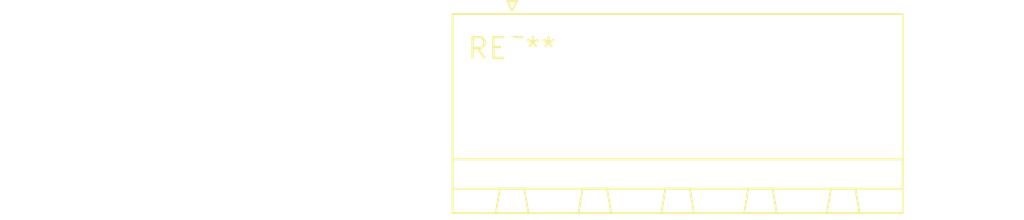
<source format=kicad_pcb>
(kicad_pcb (version 20240108) (generator pcbnew)
  (layers (0 "F.Cu" signal) (31 "B.Cu" signal) (34 "B.Paste" user) (35 "F.Paste" user) (36 "B.SilkS" user "B.Silkscreen") (37 "F.SilkS" user "F.Silkscreen") (38 "B.Mask" user) (39 "F.Mask" user) (44 "Edge.Cuts" user))
  (net 0 "")
  (footprint "PhoenixContact_MSTBA_2,5_5-G-5,08_1x05_P5.08mm_Horizontal" (layer "F.Cu") (at 0 0)
    (property "Reference" "REF**")
    (property "Value" "PhoenixContact_MSTBA_2,5_5-G-5,08_1x05_P5.08mm_Horizontal")
    (fp_line (start -3.65 -2.11) (end -3.65 10.11) (layer "F.SilkS") (stroke (width 0.12)))
    (fp_line (start -3.65 6.81) (end 23.97 6.81) (layer "F.SilkS") (stroke (width 0.12)))
    (fp_line (start -3.65 8.61) (end -3.65 6.81) (layer "F.SilkS") (stroke (width 0.12)))
    (fp_line (start -3.65 10.11) (end 23.97 10.11) (layer "F.SilkS") (stroke (width 0.12)))
    (fp_line (start -1 10.11) (end 1 10.11) (layer "F.SilkS") (stroke (width 0.12)))
    (fp_line (start -0.75 8.61) (end -1 10.11) (layer "F.SilkS") (stroke (width 0.12)))
    (fp_line (start -0.3 -2.91) (end 0.3 -2.91) (layer "F.SilkS") (stroke (width 0.12)))
    (fp_line (start 0 -2.31) (end -0.3 -2.91) (layer "F.SilkS") (stroke (width 0.12)))
    (fp_line (start 0.3 -2.91) (end 0 -2.31) (layer "F.SilkS") (stroke (width 0.12)))
    (fp_line (start 0.75 8.61) (end -0.75 8.61) (layer "F.SilkS") (stroke (width 0.12)))
    (fp_line (start 1 10.11) (end 0.75 8.61) (layer "F.SilkS") (stroke (width 0.12)))
    (fp_line (start 4.08 10.11) (end 6.08 10.11) (layer "F.SilkS") (stroke (width 0.12)))
    (fp_line (start 4.33 8.61) (end 4.08 10.11) (layer "F.SilkS") (stroke (width 0.12)))
    (fp_line (start 5.83 8.61) (end 4.33 8.61) (layer "F.SilkS") (stroke (width 0.12)))
    (fp_line (start 6.08 10.11) (end 5.83 8.61) (layer "F.SilkS") (stroke (width 0.12)))
    (fp_line (start 9.16 10.11) (end 11.16 10.11) (layer "F.SilkS") (stroke (width 0.12)))
    (fp_line (start 9.41 8.61) (end 9.16 10.11) (layer "F.SilkS") (stroke (width 0.12)))
    (fp_line (start 10.91 8.61) (end 9.41 8.61) (layer "F.SilkS") (stroke (width 0.12)))
    (fp_line (start 11.16 10.11) (end 10.91 8.61) (layer "F.SilkS") (stroke (width 0.12)))
    (fp_line (start 14.24 10.11) (end 16.24 10.11) (layer "F.SilkS") (stroke (width 0.12)))
    (fp_line (start 14.49 8.61) (end 14.24 10.11) (layer "F.SilkS") (stroke (width 0.12)))
    (fp_line (start 15.99 8.61) (end 14.49 8.61) (layer "F.SilkS") (stroke (width 0.12)))
    (fp_line (start 16.24 10.11) (end 15.99 8.61) (layer "F.SilkS") (stroke (width 0.12)))
    (fp_line (start 19.32 10.11) (end 21.32 10.11) (layer "F.SilkS") (stroke (width 0.12)))
    (fp_line (start 19.57 8.61) (end 19.32 10.11) (layer "F.SilkS") (stroke (width 0.12)))
    (fp_line (start 21.07 8.61) (end 19.57 8.61) (layer "F.SilkS") (stroke (width 0.12)))
    (fp_line (start 21.32 10.11) (end 21.07 8.61) (layer "F.SilkS") (stroke (width 0.12)))
    (fp_line (start 23.97 -2.11) (end -3.65 -2.11) (layer "F.SilkS") (stroke (width 0.12)))
    (fp_line (start 23.97 6.81) (end 23.97 8.61) (layer "F.SilkS") (stroke (width 0.12)))
    (fp_line (start 23.97 8.61) (end -3.65 8.61) (layer "F.SilkS") (stroke (width 0.12)))
    (fp_line (start 23.97 10.11) (end 23.97 -2.11) (layer "F.SilkS") (stroke (width 0.12)))
    (pad "1" thru_hole roundrect (at 0 0) (size 2.08 3.6) (drill 1.4) (layers *.Cu *.Mask) (remove_unused_layers) (roundrect_rratio 0.120192))
    (pad "2" thru_hole oval (at 5.08 0) (size 2.08 3.6) (drill 1.4) (layers *.Cu *.Mask) (remove_unused_layers))
    (pad "3" thru_hole oval (at 10.16 0) (size 2.08 3.6) (drill 1.4) (layers *.Cu *.Mask) (remove_unused_layers))
    (pad "4" thru_hole oval (at 15.24 0) (size 2.08 3.6) (drill 1.4) (layers *.Cu *.Mask) (remove_unused_layers))
    (pad "5" thru_hole oval (at 20.32 0) (size 2.08 3.6) (drill 1.4) (layers *.Cu *.Mask) (remove_unused_layers))
  )
)
</source>
